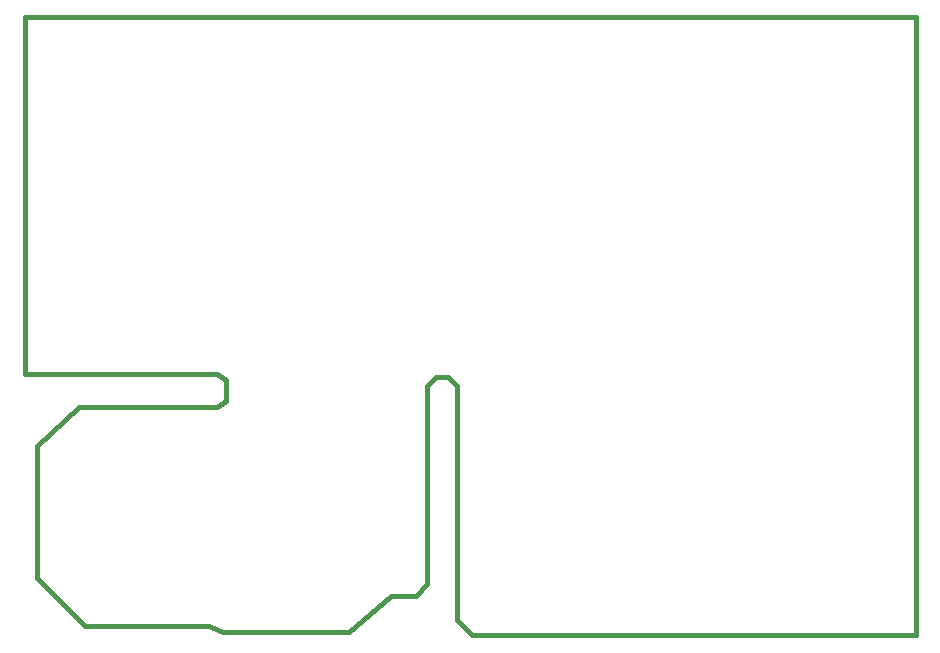
<source format=gbr>
G04 (created by PCBNEW-RS274X (2010-03-14)-final) date Mon 05 Jul 2010 03:41:04 PM EDT*
G01*
G70*
G90*
%MOIN*%
G04 Gerber Fmt 3.4, Leading zero omitted, Abs format*
%FSLAX34Y34*%
G04 APERTURE LIST*
%ADD10C,0.001000*%
%ADD11C,0.015000*%
G04 APERTURE END LIST*
G54D10*
G54D11*
X35200Y-32400D02*
X35200Y-25800D01*
X22200Y-32200D02*
X23800Y-33800D01*
X22200Y-27800D02*
X22200Y-32200D01*
X28200Y-26500D02*
X23600Y-26500D01*
X28200Y-25400D02*
X28500Y-25600D01*
X21800Y-25400D02*
X28200Y-25400D01*
X21800Y-13500D02*
X21800Y-25400D01*
X21800Y-13500D02*
X51500Y-13500D01*
X51500Y-34100D02*
X51500Y-13500D01*
X36700Y-34100D02*
X51500Y-34100D01*
X35900Y-25500D02*
X36200Y-25800D01*
X35500Y-25500D02*
X35900Y-25500D01*
X28500Y-26300D02*
X28200Y-26500D01*
X28500Y-25600D02*
X28500Y-26300D01*
X22200Y-27800D02*
X23600Y-26500D01*
X23800Y-33800D02*
X27945Y-33800D01*
X27945Y-33800D02*
X28400Y-34000D01*
X28400Y-34000D02*
X32600Y-34000D01*
X32600Y-34000D02*
X34000Y-32800D01*
X34000Y-32800D02*
X34835Y-32800D01*
X35200Y-25800D02*
X35500Y-25500D01*
X36200Y-25800D02*
X36200Y-33600D01*
X36200Y-33600D02*
X36700Y-34100D01*
X34835Y-32800D02*
X35200Y-32400D01*
M02*

</source>
